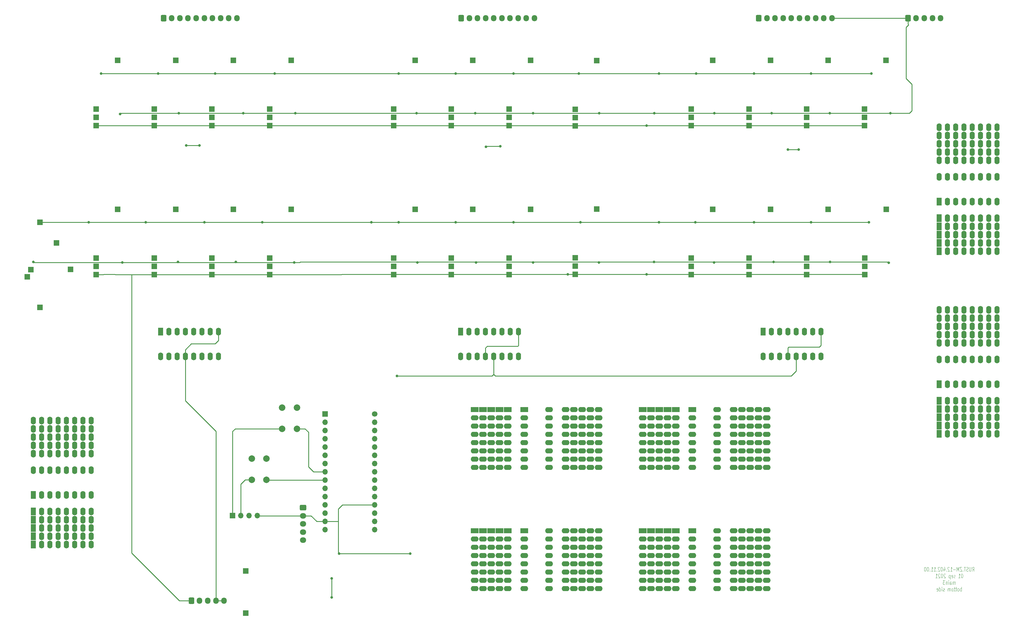
<source format=gbr>
%TF.GenerationSoftware,KiCad,Pcbnew,(5.99.0-12218-g749d2d5987)*%
%TF.CreationDate,2021-09-15T00:58:26+03:00*%
%TF.ProjectId,stend_main,7374656e-645f-46d6-9169-6e2e6b696361,rev*%
%TF.SameCoordinates,PX258bd10PYee998b0*%
%TF.FileFunction,Copper,L2,Bot*%
%TF.FilePolarity,Positive*%
%FSLAX46Y46*%
G04 Gerber Fmt 4.6, Leading zero omitted, Abs format (unit mm)*
G04 Created by KiCad (PCBNEW (5.99.0-12218-g749d2d5987)) date 2021-09-15 00:58:26*
%MOMM*%
%LPD*%
G01*
G04 APERTURE LIST*
G04 Aperture macros list*
%AMRoundRect*
0 Rectangle with rounded corners*
0 $1 Rounding radius*
0 $2 $3 $4 $5 $6 $7 $8 $9 X,Y pos of 4 corners*
0 Add a 4 corners polygon primitive as box body*
4,1,4,$2,$3,$4,$5,$6,$7,$8,$9,$2,$3,0*
0 Add four circle primitives for the rounded corners*
1,1,$1+$1,$2,$3*
1,1,$1+$1,$4,$5*
1,1,$1+$1,$6,$7*
1,1,$1+$1,$8,$9*
0 Add four rect primitives between the rounded corners*
20,1,$1+$1,$2,$3,$4,$5,0*
20,1,$1+$1,$4,$5,$6,$7,0*
20,1,$1+$1,$6,$7,$8,$9,0*
20,1,$1+$1,$8,$9,$2,$3,0*%
G04 Aperture macros list end*
%ADD10C,0.076200*%
%TA.AperFunction,NonConductor*%
%ADD11C,0.076200*%
%TD*%
%TA.AperFunction,ComponentPad*%
%ADD12R,1.700000X1.700000*%
%TD*%
%TA.AperFunction,ComponentPad*%
%ADD13R,2.400000X1.600000*%
%TD*%
%TA.AperFunction,ComponentPad*%
%ADD14O,2.400000X1.600000*%
%TD*%
%TA.AperFunction,ComponentPad*%
%ADD15R,1.600000X2.400000*%
%TD*%
%TA.AperFunction,ComponentPad*%
%ADD16O,1.600000X2.400000*%
%TD*%
%TA.AperFunction,ComponentPad*%
%ADD17RoundRect,0.250000X-0.600000X-0.725000X0.600000X-0.725000X0.600000X0.725000X-0.600000X0.725000X0*%
%TD*%
%TA.AperFunction,ComponentPad*%
%ADD18O,1.700000X1.950000*%
%TD*%
%TA.AperFunction,ComponentPad*%
%ADD19RoundRect,0.250000X-0.725000X0.600000X-0.725000X-0.600000X0.725000X-0.600000X0.725000X0.600000X0*%
%TD*%
%TA.AperFunction,ComponentPad*%
%ADD20O,1.950000X1.700000*%
%TD*%
%TA.AperFunction,ComponentPad*%
%ADD21C,2.000000*%
%TD*%
%TA.AperFunction,ComponentPad*%
%ADD22O,1.700000X1.700000*%
%TD*%
%TA.AperFunction,ComponentPad*%
%ADD23C,1.700000*%
%TD*%
%TA.AperFunction,ViaPad*%
%ADD24C,0.800000*%
%TD*%
%TA.AperFunction,Conductor*%
%ADD25C,0.250000*%
%TD*%
G04 APERTURE END LIST*
D10*
D11*
X294364833Y15192527D02*
X294661166Y15797289D01*
X294872833Y15192527D02*
X294872833Y16462527D01*
X294534166Y16462527D01*
X294449500Y16402050D01*
X294407166Y16341574D01*
X294364833Y16220622D01*
X294364833Y16039193D01*
X294407166Y15918241D01*
X294449500Y15857765D01*
X294534166Y15797289D01*
X294872833Y15797289D01*
X293983833Y16462527D02*
X293983833Y15434431D01*
X293941500Y15313479D01*
X293899166Y15253003D01*
X293814500Y15192527D01*
X293645166Y15192527D01*
X293560500Y15253003D01*
X293518166Y15313479D01*
X293475833Y15434431D01*
X293475833Y16462527D01*
X293094833Y15253003D02*
X292967833Y15192527D01*
X292756166Y15192527D01*
X292671500Y15253003D01*
X292629166Y15313479D01*
X292586833Y15434431D01*
X292586833Y15555384D01*
X292629166Y15676336D01*
X292671500Y15736812D01*
X292756166Y15797289D01*
X292925500Y15857765D01*
X293010166Y15918241D01*
X293052500Y15978717D01*
X293094833Y16099670D01*
X293094833Y16220622D01*
X293052500Y16341574D01*
X293010166Y16402050D01*
X292925500Y16462527D01*
X292713833Y16462527D01*
X292586833Y16402050D01*
X292332833Y16462527D02*
X291824833Y16462527D01*
X292078833Y15192527D02*
X292078833Y16462527D01*
X291528500Y15313479D02*
X291486166Y15253003D01*
X291528500Y15192527D01*
X291570833Y15253003D01*
X291528500Y15313479D01*
X291528500Y15192527D01*
X291189833Y16462527D02*
X290597166Y16462527D01*
X291189833Y15192527D01*
X290597166Y15192527D01*
X290258500Y15192527D02*
X290258500Y16462527D01*
X289962166Y15555384D01*
X289665833Y16462527D01*
X289665833Y15192527D01*
X289242500Y15676336D02*
X288565166Y15676336D01*
X287676166Y15192527D02*
X288184166Y15192527D01*
X287930166Y15192527D02*
X287930166Y16462527D01*
X288014833Y16281098D01*
X288099500Y16160146D01*
X288184166Y16099670D01*
X287337500Y16341574D02*
X287295166Y16402050D01*
X287210500Y16462527D01*
X286998833Y16462527D01*
X286914166Y16402050D01*
X286871833Y16341574D01*
X286829500Y16220622D01*
X286829500Y16099670D01*
X286871833Y15918241D01*
X287379833Y15192527D01*
X286829500Y15192527D01*
X286448500Y15313479D02*
X286406166Y15253003D01*
X286448500Y15192527D01*
X286490833Y15253003D01*
X286448500Y15313479D01*
X286448500Y15192527D01*
X285644166Y16039193D02*
X285644166Y15192527D01*
X285855833Y16523003D02*
X286067500Y15615860D01*
X285517166Y15615860D01*
X285009166Y16462527D02*
X284924500Y16462527D01*
X284839833Y16402050D01*
X284797500Y16341574D01*
X284755166Y16220622D01*
X284712833Y15978717D01*
X284712833Y15676336D01*
X284755166Y15434431D01*
X284797500Y15313479D01*
X284839833Y15253003D01*
X284924500Y15192527D01*
X285009166Y15192527D01*
X285093833Y15253003D01*
X285136166Y15313479D01*
X285178500Y15434431D01*
X285220833Y15676336D01*
X285220833Y15978717D01*
X285178500Y16220622D01*
X285136166Y16341574D01*
X285093833Y16402050D01*
X285009166Y16462527D01*
X284374166Y16341574D02*
X284331833Y16402050D01*
X284247166Y16462527D01*
X284035500Y16462527D01*
X283950833Y16402050D01*
X283908500Y16341574D01*
X283866166Y16220622D01*
X283866166Y16099670D01*
X283908500Y15918241D01*
X284416500Y15192527D01*
X283866166Y15192527D01*
X283485166Y15313479D02*
X283442833Y15253003D01*
X283485166Y15192527D01*
X283527500Y15253003D01*
X283485166Y15313479D01*
X283485166Y15192527D01*
X282596166Y15192527D02*
X283104166Y15192527D01*
X282850166Y15192527D02*
X282850166Y16462527D01*
X282934833Y16281098D01*
X283019500Y16160146D01*
X283104166Y16099670D01*
X281749500Y15192527D02*
X282257500Y15192527D01*
X282003500Y15192527D02*
X282003500Y16462527D01*
X282088166Y16281098D01*
X282172833Y16160146D01*
X282257500Y16099670D01*
X281368500Y15313479D02*
X281326166Y15253003D01*
X281368500Y15192527D01*
X281410833Y15253003D01*
X281368500Y15313479D01*
X281368500Y15192527D01*
X280775833Y16462527D02*
X280691166Y16462527D01*
X280606500Y16402050D01*
X280564166Y16341574D01*
X280521833Y16220622D01*
X280479500Y15978717D01*
X280479500Y15676336D01*
X280521833Y15434431D01*
X280564166Y15313479D01*
X280606500Y15253003D01*
X280691166Y15192527D01*
X280775833Y15192527D01*
X280860500Y15253003D01*
X280902833Y15313479D01*
X280945166Y15434431D01*
X280987500Y15676336D01*
X280987500Y15978717D01*
X280945166Y16220622D01*
X280902833Y16341574D01*
X280860500Y16402050D01*
X280775833Y16462527D01*
X279929166Y16462527D02*
X279844500Y16462527D01*
X279759833Y16402050D01*
X279717500Y16341574D01*
X279675166Y16220622D01*
X279632833Y15978717D01*
X279632833Y15676336D01*
X279675166Y15434431D01*
X279717500Y15313479D01*
X279759833Y15253003D01*
X279844500Y15192527D01*
X279929166Y15192527D01*
X280013833Y15253003D01*
X280056166Y15313479D01*
X280098500Y15434431D01*
X280140833Y15676336D01*
X280140833Y15978717D01*
X280098500Y16220622D01*
X280056166Y16341574D01*
X280013833Y16402050D01*
X279929166Y16462527D01*
X291253333Y14417827D02*
X291168666Y14417827D01*
X291084000Y14357350D01*
X291041666Y14296874D01*
X290999333Y14175922D01*
X290957000Y13934017D01*
X290957000Y13631636D01*
X290999333Y13389731D01*
X291041666Y13268779D01*
X291084000Y13208303D01*
X291168666Y13147827D01*
X291253333Y13147827D01*
X291338000Y13208303D01*
X291380333Y13268779D01*
X291422666Y13389731D01*
X291465000Y13631636D01*
X291465000Y13934017D01*
X291422666Y14175922D01*
X291380333Y14296874D01*
X291338000Y14357350D01*
X291253333Y14417827D01*
X290110333Y13147827D02*
X290618333Y13147827D01*
X290364333Y13147827D02*
X290364333Y14417827D01*
X290449000Y14236398D01*
X290533666Y14115446D01*
X290618333Y14054970D01*
X289094333Y13208303D02*
X289009666Y13147827D01*
X288840333Y13147827D01*
X288755666Y13208303D01*
X288713333Y13329255D01*
X288713333Y13389731D01*
X288755666Y13510684D01*
X288840333Y13571160D01*
X288967333Y13571160D01*
X289052000Y13631636D01*
X289094333Y13752589D01*
X289094333Y13813065D01*
X289052000Y13934017D01*
X288967333Y13994493D01*
X288840333Y13994493D01*
X288755666Y13934017D01*
X287993666Y13208303D02*
X288078333Y13147827D01*
X288247666Y13147827D01*
X288332333Y13208303D01*
X288374666Y13329255D01*
X288374666Y13813065D01*
X288332333Y13934017D01*
X288247666Y13994493D01*
X288078333Y13994493D01*
X287993666Y13934017D01*
X287951333Y13813065D01*
X287951333Y13692112D01*
X288374666Y13571160D01*
X287570333Y13994493D02*
X287570333Y12724493D01*
X287570333Y13934017D02*
X287485666Y13994493D01*
X287316333Y13994493D01*
X287231666Y13934017D01*
X287189333Y13873541D01*
X287147000Y13752589D01*
X287147000Y13389731D01*
X287189333Y13268779D01*
X287231666Y13208303D01*
X287316333Y13147827D01*
X287485666Y13147827D01*
X287570333Y13208303D01*
X286131000Y14296874D02*
X286088666Y14357350D01*
X286004000Y14417827D01*
X285792333Y14417827D01*
X285707666Y14357350D01*
X285665333Y14296874D01*
X285623000Y14175922D01*
X285623000Y14054970D01*
X285665333Y13873541D01*
X286173333Y13147827D01*
X285623000Y13147827D01*
X285072666Y14417827D02*
X284988000Y14417827D01*
X284903333Y14357350D01*
X284861000Y14296874D01*
X284818666Y14175922D01*
X284776333Y13934017D01*
X284776333Y13631636D01*
X284818666Y13389731D01*
X284861000Y13268779D01*
X284903333Y13208303D01*
X284988000Y13147827D01*
X285072666Y13147827D01*
X285157333Y13208303D01*
X285199666Y13268779D01*
X285242000Y13389731D01*
X285284333Y13631636D01*
X285284333Y13934017D01*
X285242000Y14175922D01*
X285199666Y14296874D01*
X285157333Y14357350D01*
X285072666Y14417827D01*
X284437666Y14296874D02*
X284395333Y14357350D01*
X284310666Y14417827D01*
X284099000Y14417827D01*
X284014333Y14357350D01*
X283972000Y14296874D01*
X283929666Y14175922D01*
X283929666Y14054970D01*
X283972000Y13873541D01*
X284480000Y13147827D01*
X283929666Y13147827D01*
X283083000Y13147827D02*
X283591000Y13147827D01*
X283337000Y13147827D02*
X283337000Y14417827D01*
X283421666Y14236398D01*
X283506333Y14115446D01*
X283591000Y14054970D01*
X289094333Y11103127D02*
X289094333Y11949793D01*
X289094333Y11828841D02*
X289052000Y11889317D01*
X288967333Y11949793D01*
X288840333Y11949793D01*
X288755666Y11889317D01*
X288713333Y11768365D01*
X288713333Y11103127D01*
X288713333Y11768365D02*
X288671000Y11889317D01*
X288586333Y11949793D01*
X288459333Y11949793D01*
X288374666Y11889317D01*
X288332333Y11768365D01*
X288332333Y11103127D01*
X287528000Y11103127D02*
X287528000Y11768365D01*
X287570333Y11889317D01*
X287655000Y11949793D01*
X287824333Y11949793D01*
X287909000Y11889317D01*
X287528000Y11163603D02*
X287612666Y11103127D01*
X287824333Y11103127D01*
X287909000Y11163603D01*
X287951333Y11284555D01*
X287951333Y11405508D01*
X287909000Y11526460D01*
X287824333Y11586936D01*
X287612666Y11586936D01*
X287528000Y11647412D01*
X287104666Y11103127D02*
X287104666Y11949793D01*
X287104666Y12373127D02*
X287147000Y12312650D01*
X287104666Y12252174D01*
X287062333Y12312650D01*
X287104666Y12373127D01*
X287104666Y12252174D01*
X286681333Y11949793D02*
X286681333Y11103127D01*
X286681333Y11828841D02*
X286639000Y11889317D01*
X286554333Y11949793D01*
X286427333Y11949793D01*
X286342666Y11889317D01*
X286300333Y11768365D01*
X286300333Y11103127D01*
X285961666Y12373127D02*
X285411333Y12373127D01*
X285707666Y11889317D01*
X285580666Y11889317D01*
X285496000Y11828841D01*
X285453666Y11768365D01*
X285411333Y11647412D01*
X285411333Y11345031D01*
X285453666Y11224079D01*
X285496000Y11163603D01*
X285580666Y11103127D01*
X285834666Y11103127D01*
X285919333Y11163603D01*
X285961666Y11224079D01*
X291062833Y9058427D02*
X291062833Y10328427D01*
X291062833Y9844617D02*
X290978166Y9905093D01*
X290808833Y9905093D01*
X290724166Y9844617D01*
X290681833Y9784141D01*
X290639500Y9663189D01*
X290639500Y9300331D01*
X290681833Y9179379D01*
X290724166Y9118903D01*
X290808833Y9058427D01*
X290978166Y9058427D01*
X291062833Y9118903D01*
X290131500Y9058427D02*
X290216166Y9118903D01*
X290258500Y9179379D01*
X290300833Y9300331D01*
X290300833Y9663189D01*
X290258500Y9784141D01*
X290216166Y9844617D01*
X290131500Y9905093D01*
X290004500Y9905093D01*
X289919833Y9844617D01*
X289877500Y9784141D01*
X289835166Y9663189D01*
X289835166Y9300331D01*
X289877500Y9179379D01*
X289919833Y9118903D01*
X290004500Y9058427D01*
X290131500Y9058427D01*
X289581166Y9905093D02*
X289242500Y9905093D01*
X289454166Y10328427D02*
X289454166Y9239855D01*
X289411833Y9118903D01*
X289327166Y9058427D01*
X289242500Y9058427D01*
X289073166Y9905093D02*
X288734500Y9905093D01*
X288946166Y10328427D02*
X288946166Y9239855D01*
X288903833Y9118903D01*
X288819166Y9058427D01*
X288734500Y9058427D01*
X288311166Y9058427D02*
X288395833Y9118903D01*
X288438166Y9179379D01*
X288480500Y9300331D01*
X288480500Y9663189D01*
X288438166Y9784141D01*
X288395833Y9844617D01*
X288311166Y9905093D01*
X288184166Y9905093D01*
X288099500Y9844617D01*
X288057166Y9784141D01*
X288014833Y9663189D01*
X288014833Y9300331D01*
X288057166Y9179379D01*
X288099500Y9118903D01*
X288184166Y9058427D01*
X288311166Y9058427D01*
X287633833Y9058427D02*
X287633833Y9905093D01*
X287633833Y9784141D02*
X287591500Y9844617D01*
X287506833Y9905093D01*
X287379833Y9905093D01*
X287295166Y9844617D01*
X287252833Y9723665D01*
X287252833Y9058427D01*
X287252833Y9723665D02*
X287210500Y9844617D01*
X287125833Y9905093D01*
X286998833Y9905093D01*
X286914166Y9844617D01*
X286871833Y9723665D01*
X286871833Y9058427D01*
X285813500Y9118903D02*
X285728833Y9058427D01*
X285559500Y9058427D01*
X285474833Y9118903D01*
X285432500Y9239855D01*
X285432500Y9300331D01*
X285474833Y9421284D01*
X285559500Y9481760D01*
X285686500Y9481760D01*
X285771166Y9542236D01*
X285813500Y9663189D01*
X285813500Y9723665D01*
X285771166Y9844617D01*
X285686500Y9905093D01*
X285559500Y9905093D01*
X285474833Y9844617D01*
X285051500Y9058427D02*
X285051500Y9905093D01*
X285051500Y10328427D02*
X285093833Y10267950D01*
X285051500Y10207474D01*
X285009166Y10267950D01*
X285051500Y10328427D01*
X285051500Y10207474D01*
X284247166Y9058427D02*
X284247166Y10328427D01*
X284247166Y9118903D02*
X284331833Y9058427D01*
X284501166Y9058427D01*
X284585833Y9118903D01*
X284628166Y9179379D01*
X284670500Y9300331D01*
X284670500Y9663189D01*
X284628166Y9784141D01*
X284585833Y9844617D01*
X284501166Y9905093D01*
X284331833Y9905093D01*
X284247166Y9844617D01*
X283485166Y9118903D02*
X283569833Y9058427D01*
X283739166Y9058427D01*
X283823833Y9118903D01*
X283866166Y9239855D01*
X283866166Y9723665D01*
X283823833Y9844617D01*
X283739166Y9905093D01*
X283569833Y9905093D01*
X283485166Y9844617D01*
X283442833Y9723665D01*
X283442833Y9602712D01*
X283866166Y9481760D01*
D12*
%TO.P,CP10,1,1*%
%TO.N,/CTRL3*%
X43007000Y154686000D03*
%TD*%
D13*
%TO.P,BB4,1*%
%TO.N,unconnected-(BB4-Pad1)*%
X203298000Y64928000D03*
X193138000Y64928000D03*
X198218000Y64928000D03*
X200758000Y64928000D03*
X208378000Y64928000D03*
X195678000Y64928000D03*
D14*
%TO.P,BB4,2*%
%TO.N,unconnected-(BB4-Pad2)*%
X208378000Y62388000D03*
X203298000Y62388000D03*
X198218000Y62388000D03*
X200758000Y62388000D03*
X193138000Y62388000D03*
X195678000Y62388000D03*
%TO.P,BB4,3*%
%TO.N,unconnected-(BB4-Pad3)*%
X200758000Y59848000D03*
X198218000Y59848000D03*
X203298000Y59848000D03*
X208378000Y59848000D03*
X195678000Y59848000D03*
X193138000Y59848000D03*
%TO.P,BB4,4*%
%TO.N,unconnected-(BB4-Pad4)*%
X198218000Y57308000D03*
X195678000Y57308000D03*
X193138000Y57308000D03*
X208378000Y57308000D03*
X200758000Y57308000D03*
X203298000Y57308000D03*
%TO.P,BB4,5*%
%TO.N,unconnected-(BB4-Pad5)*%
X200758000Y54768000D03*
X198218000Y54768000D03*
X203298000Y54768000D03*
X193138000Y54768000D03*
X208378000Y54768000D03*
X195678000Y54768000D03*
%TO.P,BB4,6*%
%TO.N,unconnected-(BB4-Pad6)*%
X200758000Y52228000D03*
X195678000Y52228000D03*
X203298000Y52228000D03*
X208378000Y52228000D03*
X193138000Y52228000D03*
X198218000Y52228000D03*
%TO.P,BB4,7*%
%TO.N,unconnected-(BB4-Pad7)*%
X193138000Y49688000D03*
X195678000Y49688000D03*
X208378000Y49688000D03*
X203298000Y49688000D03*
X200758000Y49688000D03*
X198218000Y49688000D03*
%TO.P,BB4,8*%
%TO.N,unconnected-(BB4-Pad8)*%
X195678000Y47148000D03*
X200758000Y47148000D03*
X198218000Y47148000D03*
X193138000Y47148000D03*
X203298000Y47148000D03*
X208378000Y47148000D03*
%TO.P,BB4,9*%
%TO.N,unconnected-(BB4-Pad9)*%
X223618000Y47148000D03*
X228698000Y47148000D03*
X226158000Y47148000D03*
X231238000Y47148000D03*
X221078000Y47148000D03*
X215998000Y47148000D03*
%TO.P,BB4,10*%
%TO.N,unconnected-(BB4-Pad10)*%
X228698000Y49688000D03*
X226158000Y49688000D03*
X221078000Y49688000D03*
X231238000Y49688000D03*
X223618000Y49688000D03*
X215998000Y49688000D03*
%TO.P,BB4,11*%
%TO.N,unconnected-(BB4-Pad11)*%
X226158000Y52228000D03*
X221078000Y52228000D03*
X223618000Y52228000D03*
X228698000Y52228000D03*
X215998000Y52228000D03*
X231238000Y52228000D03*
%TO.P,BB4,12*%
%TO.N,unconnected-(BB4-Pad12)*%
X226158000Y54768000D03*
X215998000Y54768000D03*
X221078000Y54768000D03*
X223618000Y54768000D03*
X231238000Y54768000D03*
X228698000Y54768000D03*
%TO.P,BB4,13*%
%TO.N,unconnected-(BB4-Pad13)*%
X223618000Y57308000D03*
X215998000Y57308000D03*
X228698000Y57308000D03*
X231238000Y57308000D03*
X226158000Y57308000D03*
X221078000Y57308000D03*
%TO.P,BB4,14*%
%TO.N,unconnected-(BB4-Pad14)*%
X215998000Y59848000D03*
X228698000Y59848000D03*
X223618000Y59848000D03*
X221078000Y59848000D03*
X231238000Y59848000D03*
X226158000Y59848000D03*
X221078000Y59848000D03*
%TO.P,BB4,15*%
%TO.N,unconnected-(BB4-Pad15)*%
X221078000Y62388000D03*
X223618000Y62388000D03*
X231238000Y62388000D03*
X223618000Y62388000D03*
X215998000Y62388000D03*
X228698000Y62388000D03*
X226158000Y62388000D03*
X228698000Y62388000D03*
X221078000Y62388000D03*
X231238000Y62388000D03*
X226158000Y62388000D03*
%TO.P,BB4,16*%
%TO.N,unconnected-(BB4-Pad16)*%
X221078000Y64928000D03*
X228698000Y64928000D03*
X223618000Y64928000D03*
X231238000Y64928000D03*
X215998000Y64928000D03*
X226158000Y64928000D03*
%TD*%
D12*
%TO.P,CP30,1,1*%
%TO.N,/CTRL8*%
X78486000Y108956000D03*
%TD*%
%TO.P,CP43,1,1*%
%TO.N,Net-(CP43-Pad1)*%
X134316000Y157226000D03*
%TD*%
%TO.P,CP50,1,1*%
%TO.N,/CTRL13*%
X152095000Y154686000D03*
%TD*%
%TO.P,CP8,1,1*%
%TO.N,Net-(CP8-Pad1)*%
X31750000Y126482000D03*
%TD*%
%TO.P,CP20,1,1*%
%TO.N,Net-(CP20-Pad1)*%
X67276000Y172212000D03*
%TD*%
%TO.P,CP94,1,1*%
%TO.N,/CTRL24*%
X261366000Y108956000D03*
%TD*%
%TO.P,CP1,1,1*%
%TO.N,/INSTR+*%
X25146000Y152146000D03*
%TD*%
%TO.P,CP28,1,1*%
%TO.N,Net-(CP28-Pad1)*%
X85090000Y172212000D03*
%TD*%
%TO.P,CP34,1,1*%
%TO.N,/CTRL9*%
X116586000Y154686000D03*
%TD*%
%TO.P,CP49,1,1*%
%TO.N,/INSTR+*%
X152095000Y152146000D03*
%TD*%
%TO.P,CP95,1,1*%
%TO.N,Net-(CP95-Pad1)*%
X261366000Y111496000D03*
%TD*%
%TO.P,CP69,1,1*%
%TO.N,/INSTR+*%
X208002000Y106416000D03*
%TD*%
%TO.P,CP41,1,1*%
%TO.N,/INSTR+*%
X134316000Y152146000D03*
%TD*%
%TO.P,CP16,1,1*%
%TO.N,Net-(CP16-Pad1)*%
X49611000Y126482000D03*
%TD*%
%TO.P,CP88,1,1*%
%TO.N,Net-(CP88-Pad1)*%
X250143800Y126482000D03*
%TD*%
%TO.P,CP6,1,1*%
%TO.N,/CTRL2*%
X25146000Y108956000D03*
%TD*%
%TO.P,CP59,1,1*%
%TO.N,Net-(CP59-Pad1)*%
X172415200Y157216000D03*
%TD*%
%TO.P,CP60,1,1*%
%TO.N,Net-(CP60-Pad1)*%
X179019200Y172202000D03*
%TD*%
%TO.P,CP31,1,1*%
%TO.N,Net-(CP31-Pad1)*%
X78486000Y111496000D03*
%TD*%
%TO.P,CP2,1,1*%
%TO.N,/CTRL1*%
X25146000Y154686000D03*
%TD*%
D15*
%TO.P,BB6,1*%
%TO.N,unconnected-(BB6-Pad1)*%
X284226000Y72644000D03*
X284226000Y57404000D03*
X284226000Y59944000D03*
X284226000Y67564000D03*
X284226000Y62484000D03*
X284226000Y65024000D03*
D16*
%TO.P,BB6,2*%
%TO.N,unconnected-(BB6-Pad2)*%
X286766000Y59944000D03*
X286766000Y65024000D03*
X286766000Y62484000D03*
X286766000Y67564000D03*
X286766000Y57404000D03*
X286766000Y72644000D03*
%TO.P,BB6,3*%
%TO.N,unconnected-(BB6-Pad3)*%
X289306000Y72644000D03*
X289306000Y57404000D03*
X289306000Y65024000D03*
X289306000Y62484000D03*
X289306000Y59944000D03*
X289306000Y67564000D03*
%TO.P,BB6,4*%
%TO.N,unconnected-(BB6-Pad4)*%
X291846000Y67564000D03*
X291846000Y59944000D03*
X291846000Y65024000D03*
X291846000Y72644000D03*
X291846000Y62484000D03*
X291846000Y57404000D03*
%TO.P,BB6,5*%
%TO.N,unconnected-(BB6-Pad5)*%
X294386000Y72644000D03*
X294386000Y67564000D03*
X294386000Y57404000D03*
X294386000Y65024000D03*
X294386000Y62484000D03*
X294386000Y59944000D03*
%TO.P,BB6,6*%
%TO.N,unconnected-(BB6-Pad6)*%
X296926000Y72644000D03*
X296926000Y62484000D03*
X296926000Y57404000D03*
X296926000Y65024000D03*
X296926000Y67564000D03*
X296926000Y59944000D03*
%TO.P,BB6,7*%
%TO.N,unconnected-(BB6-Pad7)*%
X299466000Y72644000D03*
X299466000Y67564000D03*
X299466000Y62484000D03*
X299466000Y65024000D03*
X299466000Y59944000D03*
X299466000Y57404000D03*
%TO.P,BB6,8*%
%TO.N,unconnected-(BB6-Pad8)*%
X302006000Y67564000D03*
X302006000Y57404000D03*
X302006000Y72644000D03*
X302006000Y62484000D03*
X302006000Y65024000D03*
X302006000Y59944000D03*
%TO.P,BB6,9*%
%TO.N,unconnected-(BB6-Pad9)*%
X302006000Y90424000D03*
X302006000Y95504000D03*
X302006000Y87884000D03*
X302006000Y80264000D03*
X302006000Y92964000D03*
X302006000Y85344000D03*
%TO.P,BB6,10*%
%TO.N,unconnected-(BB6-Pad10)*%
X299466000Y92964000D03*
X299466000Y80264000D03*
X299466000Y85344000D03*
X299466000Y90424000D03*
X299466000Y87884000D03*
X299466000Y95504000D03*
%TO.P,BB6,11*%
%TO.N,unconnected-(BB6-Pad11)*%
X296926000Y95504000D03*
X296926000Y90424000D03*
X296926000Y80264000D03*
X296926000Y85344000D03*
X296926000Y87884000D03*
X296926000Y92964000D03*
%TO.P,BB6,12*%
%TO.N,unconnected-(BB6-Pad12)*%
X294386000Y85344000D03*
X294386000Y90424000D03*
X294386000Y92964000D03*
X294386000Y80264000D03*
X294386000Y95504000D03*
X294386000Y87884000D03*
%TO.P,BB6,13*%
%TO.N,unconnected-(BB6-Pad13)*%
X291846000Y95504000D03*
X291846000Y80264000D03*
X291846000Y85344000D03*
X291846000Y90424000D03*
X291846000Y87884000D03*
X291846000Y92964000D03*
%TO.P,BB6,14*%
%TO.N,unconnected-(BB6-Pad14)*%
X289306000Y95504000D03*
X289306000Y90424000D03*
X289306000Y87884000D03*
X289306000Y85344000D03*
X289306000Y92964000D03*
X289306000Y85344000D03*
X289306000Y80264000D03*
%TO.P,BB6,15*%
%TO.N,unconnected-(BB6-Pad15)*%
X286766000Y80264000D03*
X286766000Y87884000D03*
X286766000Y90424000D03*
X286766000Y90424000D03*
X286766000Y92964000D03*
X286766000Y92964000D03*
X286766000Y95504000D03*
X286766000Y85344000D03*
X286766000Y85344000D03*
X286766000Y95504000D03*
X286766000Y87884000D03*
%TO.P,BB6,16*%
%TO.N,unconnected-(BB6-Pad16)*%
X284226000Y90424000D03*
X284226000Y85344000D03*
X284226000Y95504000D03*
X284226000Y80264000D03*
X284226000Y87884000D03*
X284226000Y92964000D03*
%TD*%
D17*
%TO.P,X6,1,1*%
%TO.N,/CTRL17*%
X228780000Y185166000D03*
D18*
%TO.P,X6,2,2*%
%TO.N,/CTRL18*%
X231280000Y185166000D03*
%TO.P,X6,3,3*%
%TO.N,/CTRL19*%
X233780000Y185166000D03*
%TO.P,X6,4,4*%
%TO.N,/CTRL20*%
X236280000Y185166000D03*
%TO.P,X6,5,5*%
%TO.N,/CTRL21*%
X238780000Y185166000D03*
%TO.P,X6,6,6*%
%TO.N,/CTRL22*%
X241280000Y185166000D03*
%TO.P,X6,7,7*%
%TO.N,/CTRL23*%
X243780000Y185166000D03*
%TO.P,X6,8,8*%
%TO.N,/CTRL24*%
X246280000Y185166000D03*
%TO.P,X6,9,9*%
%TO.N,N/C*%
X248780000Y185166000D03*
%TO.P,X6,10,10*%
%TO.N,GNDD*%
X251280000Y185166000D03*
%TD*%
D12*
%TO.P,CP21,1,1*%
%TO.N,/INSTR+*%
X60672000Y106416000D03*
%TD*%
%TO.P,CP55,1,1*%
%TO.N,Net-(CP55-Pad1)*%
X152095000Y111496000D03*
%TD*%
%TO.P,CP27,1,1*%
%TO.N,Net-(CP27-Pad1)*%
X78486000Y157226000D03*
%TD*%
%TO.P,CP5,1,1*%
%TO.N,/INSTR+*%
X25146000Y106416000D03*
%TD*%
D17*
%TO.P,X3,1,1*%
%TO.N,GNDD*%
X274654000Y185212000D03*
D18*
%TO.P,X3,2,2*%
%TO.N,+5V*%
X277154000Y185212000D03*
%TO.P,X3,3,3*%
%TO.N,N/C*%
X279654000Y185212000D03*
%TO.P,X3,4,4*%
X282154000Y185212000D03*
%TO.P,X3,5,5*%
X284654000Y185212000D03*
%TD*%
D12*
%TO.P,CP61,1,1*%
%TO.N,/INSTR+*%
X172415200Y106426000D03*
%TD*%
%TO.P,CP45,1,1*%
%TO.N,/INSTR+*%
X134316000Y106416000D03*
%TD*%
%TO.P,CP70,1,1*%
%TO.N,/CTRL18*%
X208002000Y108956000D03*
%TD*%
D19*
%TO.P,X1,1,1*%
%TO.N,/MCU+*%
X88692000Y34718000D03*
D20*
%TO.P,X1,2,2*%
%TO.N,/MCU_GND*%
X88692000Y32218000D03*
%TO.P,X1,3*%
%TO.N,N/C*%
X88692000Y29718000D03*
%TO.P,X1,4*%
X88692000Y27218000D03*
%TO.P,X1,5*%
X88692000Y24718000D03*
%TD*%
D12*
%TO.P,CP82,1,1*%
%TO.N,/CTRL21*%
X243459000Y154686000D03*
%TD*%
%TO.P,CP84,1,1*%
%TO.N,Net-(CP84-Pad1)*%
X250063000Y172212000D03*
%TD*%
%TO.P,CP47,1,1*%
%TO.N,Net-(CP47-Pad1)*%
X134316000Y111496000D03*
%TD*%
%TO.P,CP26,1,1*%
%TO.N,/CTRL7*%
X78486000Y154686000D03*
%TD*%
D21*
%TO.P,S3,1,1*%
%TO.N,Net-(DD1-Pad9)*%
X77470000Y43284000D03*
X77470000Y49784000D03*
%TO.P,S3,2,2*%
%TO.N,Net-(DD2-Pad2)*%
X72970000Y43284000D03*
X72970000Y49784000D03*
%TD*%
D12*
%TO.P,CP42,1,1*%
%TO.N,/CTRL11*%
X134316000Y154686000D03*
%TD*%
%TO.P,CP89,1,1*%
%TO.N,/INSTR+*%
X261239000Y152146000D03*
%TD*%
%TO.P,CP13,1,1*%
%TO.N,/INSTR+*%
X43007000Y106416000D03*
%TD*%
%TO.P,CP32,1,1*%
%TO.N,Net-(CP32-Pad1)*%
X85090000Y126482000D03*
%TD*%
%TO.P,CP22,1,1*%
%TO.N,/CTRL6*%
X60672000Y108956000D03*
%TD*%
%TO.P,CP18,1,1*%
%TO.N,/CTRL5*%
X60672000Y154686000D03*
%TD*%
%TO.P,CP12,1,1*%
%TO.N,Net-(CP12-Pad1)*%
X49611000Y172212000D03*
%TD*%
%TO.P,CP102,1,1*%
%TO.N,/MCU_GND*%
X5080000Y107915989D03*
%TD*%
%TO.P,CP17,1,1*%
%TO.N,/INSTR+*%
X60672000Y152146000D03*
%TD*%
D13*
%TO.P,BB3,1*%
%TO.N,unconnected-(BB3-Pad1)*%
X151638000Y27638000D03*
X156718000Y27638000D03*
X141478000Y27638000D03*
X146558000Y27638000D03*
X149098000Y27638000D03*
X144018000Y27638000D03*
D14*
%TO.P,BB3,2*%
%TO.N,unconnected-(BB3-Pad2)*%
X144018000Y25098000D03*
X146558000Y25098000D03*
X151638000Y25098000D03*
X156718000Y25098000D03*
X141478000Y25098000D03*
X149098000Y25098000D03*
%TO.P,BB3,3*%
%TO.N,unconnected-(BB3-Pad3)*%
X151638000Y22558000D03*
X146558000Y22558000D03*
X156718000Y22558000D03*
X144018000Y22558000D03*
X149098000Y22558000D03*
X141478000Y22558000D03*
%TO.P,BB3,4*%
%TO.N,unconnected-(BB3-Pad4)*%
X151638000Y20018000D03*
X141478000Y20018000D03*
X156718000Y20018000D03*
X149098000Y20018000D03*
X144018000Y20018000D03*
X146558000Y20018000D03*
%TO.P,BB3,5*%
%TO.N,unconnected-(BB3-Pad5)*%
X146558000Y17478000D03*
X141478000Y17478000D03*
X151638000Y17478000D03*
X156718000Y17478000D03*
X144018000Y17478000D03*
X149098000Y17478000D03*
%TO.P,BB3,6*%
%TO.N,unconnected-(BB3-Pad6)*%
X151638000Y14938000D03*
X141478000Y14938000D03*
X144018000Y14938000D03*
X156718000Y14938000D03*
X146558000Y14938000D03*
X149098000Y14938000D03*
%TO.P,BB3,7*%
%TO.N,unconnected-(BB3-Pad7)*%
X141478000Y12398000D03*
X156718000Y12398000D03*
X151638000Y12398000D03*
X149098000Y12398000D03*
X144018000Y12398000D03*
X146558000Y12398000D03*
%TO.P,BB3,8*%
%TO.N,unconnected-(BB3-Pad8)*%
X151638000Y9858000D03*
X144018000Y9858000D03*
X146558000Y9858000D03*
X149098000Y9858000D03*
X156718000Y9858000D03*
X141478000Y9858000D03*
%TO.P,BB3,9*%
%TO.N,unconnected-(BB3-Pad9)*%
X179578000Y9858000D03*
X169418000Y9858000D03*
X171958000Y9858000D03*
X177038000Y9858000D03*
X174498000Y9858000D03*
X164338000Y9858000D03*
%TO.P,BB3,10*%
%TO.N,unconnected-(BB3-Pad10)*%
X171958000Y12398000D03*
X179578000Y12398000D03*
X169418000Y12398000D03*
X174498000Y12398000D03*
X177038000Y12398000D03*
X164338000Y12398000D03*
%TO.P,BB3,11*%
%TO.N,unconnected-(BB3-Pad11)*%
X177038000Y14938000D03*
X179578000Y14938000D03*
X174498000Y14938000D03*
X171958000Y14938000D03*
X169418000Y14938000D03*
X164338000Y14938000D03*
%TO.P,BB3,12*%
%TO.N,unconnected-(BB3-Pad12)*%
X169418000Y17478000D03*
X164338000Y17478000D03*
X179578000Y17478000D03*
X174498000Y17478000D03*
X177038000Y17478000D03*
X171958000Y17478000D03*
%TO.P,BB3,13*%
%TO.N,unconnected-(BB3-Pad13)*%
X179578000Y20018000D03*
X169418000Y20018000D03*
X164338000Y20018000D03*
X174498000Y20018000D03*
X177038000Y20018000D03*
X171958000Y20018000D03*
%TO.P,BB3,14*%
%TO.N,unconnected-(BB3-Pad14)*%
X164338000Y22558000D03*
X177038000Y22558000D03*
X171958000Y22558000D03*
X169418000Y22558000D03*
X169418000Y22558000D03*
X179578000Y22558000D03*
X174498000Y22558000D03*
%TO.P,BB3,15*%
%TO.N,unconnected-(BB3-Pad15)*%
X177038000Y25098000D03*
X169418000Y25098000D03*
X179578000Y25098000D03*
X177038000Y25098000D03*
X171958000Y25098000D03*
X171958000Y25098000D03*
X164338000Y25098000D03*
X169418000Y25098000D03*
X179578000Y25098000D03*
X174498000Y25098000D03*
X174498000Y25098000D03*
%TO.P,BB3,16*%
%TO.N,unconnected-(BB3-Pad16)*%
X177038000Y27638000D03*
X169418000Y27638000D03*
X171958000Y27638000D03*
X179578000Y27638000D03*
X164338000Y27638000D03*
X174498000Y27638000D03*
%TD*%
D12*
%TO.P,CP104,1,1*%
%TO.N,/2_MCU/SYNC IN*%
X71120000Y2286000D03*
%TD*%
%TO.P,CP83,1,1*%
%TO.N,Net-(CP83-Pad1)*%
X243459000Y157226000D03*
%TD*%
%TO.P,CP57,1,1*%
%TO.N,/INSTR+*%
X172415200Y152136000D03*
%TD*%
%TO.P,CP96,1,1*%
%TO.N,Net-(CP96-Pad1)*%
X267970000Y126482000D03*
%TD*%
%TO.P,CP85,1,1*%
%TO.N,/INSTR+*%
X243539800Y106416000D03*
%TD*%
D13*
%TO.P,BB2,1*%
%TO.N,unconnected-(BB2-Pad1)*%
X195678000Y27638000D03*
X208378000Y27638000D03*
X193138000Y27638000D03*
X203298000Y27638000D03*
X200758000Y27638000D03*
X198218000Y27638000D03*
D14*
%TO.P,BB2,2*%
%TO.N,unconnected-(BB2-Pad2)*%
X195678000Y25098000D03*
X193138000Y25098000D03*
X198218000Y25098000D03*
X208378000Y25098000D03*
X200758000Y25098000D03*
X203298000Y25098000D03*
%TO.P,BB2,3*%
%TO.N,unconnected-(BB2-Pad3)*%
X203298000Y22558000D03*
X208378000Y22558000D03*
X198218000Y22558000D03*
X200758000Y22558000D03*
X195678000Y22558000D03*
X193138000Y22558000D03*
%TO.P,BB2,4*%
%TO.N,unconnected-(BB2-Pad4)*%
X193138000Y20018000D03*
X208378000Y20018000D03*
X203298000Y20018000D03*
X200758000Y20018000D03*
X198218000Y20018000D03*
X195678000Y20018000D03*
%TO.P,BB2,5*%
%TO.N,unconnected-(BB2-Pad5)*%
X200758000Y17478000D03*
X203298000Y17478000D03*
X193138000Y17478000D03*
X195678000Y17478000D03*
X198218000Y17478000D03*
X208378000Y17478000D03*
%TO.P,BB2,6*%
%TO.N,unconnected-(BB2-Pad6)*%
X208378000Y14938000D03*
X200758000Y14938000D03*
X198218000Y14938000D03*
X193138000Y14938000D03*
X195678000Y14938000D03*
X203298000Y14938000D03*
%TO.P,BB2,7*%
%TO.N,unconnected-(BB2-Pad7)*%
X208378000Y12398000D03*
X200758000Y12398000D03*
X193138000Y12398000D03*
X195678000Y12398000D03*
X198218000Y12398000D03*
X203298000Y12398000D03*
%TO.P,BB2,8*%
%TO.N,unconnected-(BB2-Pad8)*%
X198218000Y9858000D03*
X200758000Y9858000D03*
X208378000Y9858000D03*
X193138000Y9858000D03*
X203298000Y9858000D03*
X195678000Y9858000D03*
%TO.P,BB2,9*%
%TO.N,unconnected-(BB2-Pad9)*%
X221078000Y9858000D03*
X226158000Y9858000D03*
X231238000Y9858000D03*
X228698000Y9858000D03*
X215998000Y9858000D03*
X223618000Y9858000D03*
%TO.P,BB2,10*%
%TO.N,unconnected-(BB2-Pad10)*%
X215998000Y12398000D03*
X226158000Y12398000D03*
X228698000Y12398000D03*
X223618000Y12398000D03*
X221078000Y12398000D03*
X231238000Y12398000D03*
%TO.P,BB2,11*%
%TO.N,unconnected-(BB2-Pad11)*%
X231238000Y14938000D03*
X215998000Y14938000D03*
X226158000Y14938000D03*
X228698000Y14938000D03*
X221078000Y14938000D03*
X223618000Y14938000D03*
%TO.P,BB2,12*%
%TO.N,unconnected-(BB2-Pad12)*%
X215998000Y17478000D03*
X231238000Y17478000D03*
X221078000Y17478000D03*
X226158000Y17478000D03*
X228698000Y17478000D03*
X223618000Y17478000D03*
%TO.P,BB2,13*%
%TO.N,unconnected-(BB2-Pad13)*%
X231238000Y20018000D03*
X228698000Y20018000D03*
X215998000Y20018000D03*
X223618000Y20018000D03*
X226158000Y20018000D03*
X221078000Y20018000D03*
%TO.P,BB2,14*%
%TO.N,unconnected-(BB2-Pad14)*%
X221078000Y22558000D03*
X221078000Y22558000D03*
X231238000Y22558000D03*
X223618000Y22558000D03*
X228698000Y22558000D03*
X215998000Y22558000D03*
X226158000Y22558000D03*
%TO.P,BB2,15*%
%TO.N,unconnected-(BB2-Pad15)*%
X228698000Y25098000D03*
X226158000Y25098000D03*
X231238000Y25098000D03*
X226158000Y25098000D03*
X221078000Y25098000D03*
X231238000Y25098000D03*
X221078000Y25098000D03*
X215998000Y25098000D03*
X223618000Y25098000D03*
X223618000Y25098000D03*
X228698000Y25098000D03*
%TO.P,BB2,16*%
%TO.N,unconnected-(BB2-Pad16)*%
X231238000Y27638000D03*
X215998000Y27638000D03*
X223618000Y27638000D03*
X221078000Y27638000D03*
X228698000Y27638000D03*
X226158000Y27638000D03*
%TD*%
D12*
%TO.P,CP64,1,1*%
%TO.N,Net-(CP64-Pad1)*%
X179019200Y126492000D03*
%TD*%
%TO.P,CP19,1,1*%
%TO.N,Net-(CP19-Pad1)*%
X60672000Y157226000D03*
%TD*%
%TO.P,CP25,1,1*%
%TO.N,/INSTR+*%
X78486000Y152146000D03*
%TD*%
%TO.P,DD2,1,SDA*%
%TO.N,Net-(DD2-Pad1)*%
X67056000Y32258000D03*
D22*
%TO.P,DD2,2,SCL*%
%TO.N,Net-(DD2-Pad2)*%
X69596000Y32258000D03*
%TO.P,DD2,3,VCC*%
%TO.N,/MCU+*%
X72136000Y32258000D03*
%TO.P,DD2,4,GND*%
%TO.N,/MCU_GND*%
X74676000Y32258000D03*
%TD*%
D12*
%TO.P,CP73,1,1*%
%TO.N,/INSTR+*%
X225806000Y152146000D03*
%TD*%
%TO.P,CP79,1,1*%
%TO.N,Net-(CP79-Pad1)*%
X225804000Y111496000D03*
%TD*%
%TO.P,CP63,1,1*%
%TO.N,Net-(CP63-Pad1)*%
X172415200Y111506000D03*
%TD*%
%TO.P,CP37,1,1*%
%TO.N,/INSTR+*%
X116586000Y106416000D03*
%TD*%
%TO.P,CP99,1,1*%
%TO.N,Net-(CP99-Pad1)*%
X12954000Y116078000D03*
%TD*%
%TO.P,CP39,1,1*%
%TO.N,Net-(CP39-Pad1)*%
X116586000Y111496000D03*
%TD*%
D21*
%TO.P,S4,1,1*%
%TO.N,Net-(DD1-Pad8)*%
X86832000Y65480000D03*
X86832000Y58980000D03*
%TO.P,S4,2,2*%
%TO.N,Net-(DD2-Pad1)*%
X82332000Y65480000D03*
X82332000Y58980000D03*
%TD*%
D12*
%TO.P,CP90,1,1*%
%TO.N,/CTRL23*%
X261239000Y154686000D03*
%TD*%
%TO.P,CP93,1,1*%
%TO.N,/INSTR+*%
X261366000Y106416000D03*
%TD*%
%TO.P,CP36,1,1*%
%TO.N,Net-(CP36-Pad1)*%
X123190000Y172212000D03*
%TD*%
%TO.P,CP3,1,1*%
%TO.N,Net-(CP3-Pad1)*%
X25146000Y157226000D03*
%TD*%
%TO.P,CP71,1,1*%
%TO.N,Net-(CP71-Pad1)*%
X208002000Y111496000D03*
%TD*%
%TO.P,CP80,1,1*%
%TO.N,Net-(CP80-Pad1)*%
X232408000Y126482000D03*
%TD*%
%TO.P,CP56,1,1*%
%TO.N,Net-(CP56-Pad1)*%
X158699000Y126482000D03*
%TD*%
%TO.P,CP40,1,1*%
%TO.N,Net-(CP40-Pad1)*%
X123190000Y126482000D03*
%TD*%
D15*
%TO.P,BB5,1*%
%TO.N,unconnected-(BB5-Pad1)*%
X284226000Y128778000D03*
X284226000Y113538000D03*
X284226000Y123698000D03*
X284226000Y121158000D03*
X284226000Y118618000D03*
X284226000Y116078000D03*
D16*
%TO.P,BB5,2*%
%TO.N,unconnected-(BB5-Pad2)*%
X286766000Y121158000D03*
X286766000Y116078000D03*
X286766000Y128778000D03*
X286766000Y113538000D03*
X286766000Y118618000D03*
X286766000Y123698000D03*
%TO.P,BB5,3*%
%TO.N,unconnected-(BB5-Pad3)*%
X289306000Y116078000D03*
X289306000Y123698000D03*
X289306000Y128778000D03*
X289306000Y113538000D03*
X289306000Y121158000D03*
X289306000Y118618000D03*
%TO.P,BB5,4*%
%TO.N,unconnected-(BB5-Pad4)*%
X291846000Y128778000D03*
X291846000Y116078000D03*
X291846000Y118618000D03*
X291846000Y123698000D03*
X291846000Y113538000D03*
X291846000Y121158000D03*
%TO.P,BB5,5*%
%TO.N,unconnected-(BB5-Pad5)*%
X294386000Y113538000D03*
X294386000Y121158000D03*
X294386000Y118618000D03*
X294386000Y123698000D03*
X294386000Y128778000D03*
X294386000Y116078000D03*
%TO.P,BB5,6*%
%TO.N,unconnected-(BB5-Pad6)*%
X296926000Y113538000D03*
X296926000Y118618000D03*
X296926000Y128778000D03*
X296926000Y116078000D03*
X296926000Y121158000D03*
X296926000Y123698000D03*
%TO.P,BB5,7*%
%TO.N,unconnected-(BB5-Pad7)*%
X299466000Y121158000D03*
X299466000Y123698000D03*
X299466000Y113538000D03*
X299466000Y116078000D03*
X299466000Y118618000D03*
X299466000Y128778000D03*
%TO.P,BB5,8*%
%TO.N,unconnected-(BB5-Pad8)*%
X302006000Y121158000D03*
X302006000Y123698000D03*
X302006000Y113538000D03*
X302006000Y128778000D03*
X302006000Y116078000D03*
X302006000Y118618000D03*
%TO.P,BB5,9*%
%TO.N,unconnected-(BB5-Pad9)*%
X302006000Y144018000D03*
X302006000Y141478000D03*
X302006000Y151638000D03*
X302006000Y149098000D03*
X302006000Y146558000D03*
X302006000Y136398000D03*
%TO.P,BB5,10*%
%TO.N,unconnected-(BB5-Pad10)*%
X299466000Y141478000D03*
X299466000Y136398000D03*
X299466000Y151638000D03*
X299466000Y144018000D03*
X299466000Y146558000D03*
X299466000Y149098000D03*
%TO.P,BB5,11*%
%TO.N,unconnected-(BB5-Pad11)*%
X296926000Y144018000D03*
X296926000Y146558000D03*
X296926000Y151638000D03*
X296926000Y136398000D03*
X296926000Y141478000D03*
X296926000Y149098000D03*
%TO.P,BB5,12*%
%TO.N,unconnected-(BB5-Pad12)*%
X294386000Y151638000D03*
X294386000Y141478000D03*
X294386000Y149098000D03*
X294386000Y144018000D03*
X294386000Y146558000D03*
X294386000Y136398000D03*
%TO.P,BB5,13*%
%TO.N,unconnected-(BB5-Pad13)*%
X291846000Y141478000D03*
X291846000Y149098000D03*
X291846000Y151638000D03*
X291846000Y136398000D03*
X291846000Y146558000D03*
X291846000Y144018000D03*
%TO.P,BB5,14*%
%TO.N,unconnected-(BB5-Pad14)*%
X289306000Y149098000D03*
X289306000Y141478000D03*
X289306000Y141478000D03*
X289306000Y144018000D03*
X289306000Y151638000D03*
X289306000Y136398000D03*
X289306000Y146558000D03*
%TO.P,BB5,15*%
%TO.N,unconnected-(BB5-Pad15)*%
X286766000Y141478000D03*
X286766000Y151638000D03*
X286766000Y149098000D03*
X286766000Y141478000D03*
X286766000Y146558000D03*
X286766000Y151638000D03*
X286766000Y136398000D03*
X286766000Y149098000D03*
X286766000Y144018000D03*
X286766000Y144018000D03*
X286766000Y146558000D03*
%TO.P,BB5,16*%
%TO.N,unconnected-(BB5-Pad16)*%
X284226000Y144018000D03*
X284226000Y141478000D03*
X284226000Y151638000D03*
X284226000Y136398000D03*
X284226000Y146558000D03*
X284226000Y149098000D03*
%TD*%
D12*
%TO.P,CP29,1,1*%
%TO.N,/INSTR+*%
X78486000Y106416000D03*
%TD*%
%TO.P,CP72,1,1*%
%TO.N,Net-(CP72-Pad1)*%
X214606000Y126482000D03*
%TD*%
%TO.P,CP58,1,1*%
%TO.N,/CTRL15*%
X172415200Y154676000D03*
%TD*%
%TO.P,CP98,1,1*%
%TO.N,/MCU+*%
X17272000Y107950000D03*
%TD*%
%TO.P,CP48,1,1*%
%TO.N,Net-(CP48-Pad1)*%
X140920000Y126482000D03*
%TD*%
%TO.P,CP103,1,1*%
%TO.N,/2_MCU/SYNC OUT*%
X71120000Y15240000D03*
%TD*%
%TO.P,CP86,1,1*%
%TO.N,/CTRL22*%
X243539800Y108956000D03*
%TD*%
%TO.P,CP91,1,1*%
%TO.N,Net-(CP91-Pad1)*%
X261239000Y157226000D03*
%TD*%
%TO.P,CP14,1,1*%
%TO.N,/CTRL4*%
X43007000Y108956000D03*
%TD*%
%TO.P,CP87,1,1*%
%TO.N,Net-(CP87-Pad1)*%
X243539800Y111496000D03*
%TD*%
%TO.P,CP9,1,1*%
%TO.N,/INSTR+*%
X43007000Y152146000D03*
%TD*%
D13*
%TO.P,BB7,1*%
%TO.N,unconnected-(BB7-Pad1)*%
X151638000Y64928000D03*
X149098000Y64928000D03*
X141478000Y64928000D03*
X144018000Y64928000D03*
X156718000Y64928000D03*
X146558000Y64928000D03*
D14*
%TO.P,BB7,2*%
%TO.N,unconnected-(BB7-Pad2)*%
X144018000Y62388000D03*
X156718000Y62388000D03*
X149098000Y62388000D03*
X141478000Y62388000D03*
X151638000Y62388000D03*
X146558000Y62388000D03*
%TO.P,BB7,3*%
%TO.N,unconnected-(BB7-Pad3)*%
X151638000Y59848000D03*
X141478000Y59848000D03*
X144018000Y59848000D03*
X156718000Y59848000D03*
X146558000Y59848000D03*
X149098000Y59848000D03*
%TO.P,BB7,4*%
%TO.N,unconnected-(BB7-Pad4)*%
X151638000Y57308000D03*
X146558000Y57308000D03*
X149098000Y57308000D03*
X156718000Y57308000D03*
X144018000Y57308000D03*
X141478000Y57308000D03*
%TO.P,BB7,5*%
%TO.N,unconnected-(BB7-Pad5)*%
X141478000Y54768000D03*
X144018000Y54768000D03*
X149098000Y54768000D03*
X156718000Y54768000D03*
X151638000Y54768000D03*
X146558000Y54768000D03*
%TO.P,BB7,6*%
%TO.N,unconnected-(BB7-Pad6)*%
X141478000Y52228000D03*
X151638000Y52228000D03*
X144018000Y52228000D03*
X149098000Y52228000D03*
X156718000Y52228000D03*
X146558000Y52228000D03*
%TO.P,BB7,7*%
%TO.N,unconnected-(BB7-Pad7)*%
X141478000Y49688000D03*
X149098000Y49688000D03*
X151638000Y49688000D03*
X156718000Y49688000D03*
X146558000Y49688000D03*
X144018000Y49688000D03*
%TO.P,BB7,8*%
%TO.N,unconnected-(BB7-Pad8)*%
X151638000Y47148000D03*
X141478000Y47148000D03*
X146558000Y47148000D03*
X149098000Y47148000D03*
X156718000Y47148000D03*
X144018000Y47148000D03*
%TO.P,BB7,9*%
%TO.N,unconnected-(BB7-Pad9)*%
X164338000Y47148000D03*
X179578000Y47148000D03*
X169418000Y47148000D03*
X177038000Y47148000D03*
X171958000Y47148000D03*
X174498000Y47148000D03*
%TO.P,BB7,10*%
%TO.N,unconnected-(BB7-Pad10)*%
X169418000Y49688000D03*
X164338000Y49688000D03*
X171958000Y49688000D03*
X179578000Y49688000D03*
X174498000Y49688000D03*
X177038000Y49688000D03*
%TO.P,BB7,11*%
%TO.N,unconnected-(BB7-Pad11)*%
X171958000Y52228000D03*
X179578000Y52228000D03*
X169418000Y52228000D03*
X177038000Y52228000D03*
X174498000Y52228000D03*
X164338000Y52228000D03*
%TO.P,BB7,12*%
%TO.N,unconnected-(BB7-Pad12)*%
X169418000Y54768000D03*
X174498000Y54768000D03*
X164338000Y54768000D03*
X179578000Y54768000D03*
X171958000Y54768000D03*
X177038000Y54768000D03*
%TO.P,BB7,13*%
%TO.N,unconnected-(BB7-Pad13)*%
X171958000Y57308000D03*
X164338000Y57308000D03*
X174498000Y57308000D03*
X177038000Y57308000D03*
X169418000Y57308000D03*
X179578000Y57308000D03*
%TO.P,BB7,14*%
%TO.N,unconnected-(BB7-Pad14)*%
X169418000Y59848000D03*
X164338000Y59848000D03*
X169418000Y59848000D03*
X179578000Y59848000D03*
X177038000Y59848000D03*
X174498000Y59848000D03*
X171958000Y59848000D03*
%TO.P,BB7,15*%
%TO.N,unconnected-(BB7-Pad15)*%
X169418000Y62388000D03*
X164338000Y62388000D03*
X179578000Y62388000D03*
X177038000Y62388000D03*
X171958000Y62388000D03*
X174498000Y62388000D03*
X174498000Y62388000D03*
X177038000Y62388000D03*
X179578000Y62388000D03*
X169418000Y62388000D03*
X171958000Y62388000D03*
%TO.P,BB7,16*%
%TO.N,unconnected-(BB7-Pad16)*%
X169418000Y64928000D03*
X177038000Y64928000D03*
X174498000Y64928000D03*
X179578000Y64928000D03*
X164338000Y64928000D03*
X171958000Y64928000D03*
%TD*%
D12*
%TO.P,CP76,1,1*%
%TO.N,Net-(CP76-Pad1)*%
X232410000Y172212000D03*
%TD*%
%TO.P,CP15,1,1*%
%TO.N,Net-(CP15-Pad1)*%
X43007000Y111496000D03*
%TD*%
D17*
%TO.P,X4,1,1*%
%TO.N,/CTRL1*%
X45880000Y185166000D03*
D18*
%TO.P,X4,2,2*%
%TO.N,/CTRL2*%
X48380000Y185166000D03*
%TO.P,X4,3,3*%
%TO.N,/CTRL3*%
X50880000Y185166000D03*
%TO.P,X4,4,4*%
%TO.N,/CTRL4*%
X53380000Y185166000D03*
%TO.P,X4,5,5*%
%TO.N,/CTRL5*%
X55880000Y185166000D03*
%TO.P,X4,6,6*%
%TO.N,/CTRL6*%
X58380000Y185166000D03*
%TO.P,X4,7,7*%
%TO.N,/CTRL7*%
X60880000Y185166000D03*
%TO.P,X4,8,8*%
%TO.N,/CTRL8*%
X63380000Y185166000D03*
%TO.P,X4,9,9*%
%TO.N,N/C*%
X65880000Y185166000D03*
%TO.P,X4,10,10*%
%TO.N,GNDD*%
X68380000Y185166000D03*
%TD*%
D17*
%TO.P,X5,1,1*%
%TO.N,/CTRL9*%
X137340000Y185166000D03*
D18*
%TO.P,X5,2,2*%
%TO.N,/CTRL10*%
X139840000Y185166000D03*
%TO.P,X5,3,3*%
%TO.N,/CTRL11*%
X142340000Y185166000D03*
%TO.P,X5,4,4*%
%TO.N,/CTRL12*%
X144840000Y185166000D03*
%TO.P,X5,5,5*%
%TO.N,/CTRL13*%
X147340000Y185166000D03*
%TO.P,X5,6,6*%
%TO.N,/CTRL14*%
X149840000Y185166000D03*
%TO.P,X5,7,7*%
%TO.N,/CTRL15*%
X152340000Y185166000D03*
%TO.P,X5,8,8*%
%TO.N,/CTRL16*%
X154840000Y185166000D03*
%TO.P,X5,9,9*%
%TO.N,N/C*%
X157340000Y185166000D03*
%TO.P,X5,10,10*%
%TO.N,GNDD*%
X159840000Y185166000D03*
%TD*%
D12*
%TO.P,CP46,1,1*%
%TO.N,/CTRL12*%
X134316000Y108956000D03*
%TD*%
D17*
%TO.P,X2,1,1*%
%TO.N,/INSTR+*%
X54436000Y6142000D03*
D18*
%TO.P,X2,2,2*%
%TO.N,/2_MCU/SYNC OUT*%
X56936000Y6142000D03*
%TO.P,X2,3,3*%
%TO.N,/2_MCU/SYNC IN*%
X59436000Y6142000D03*
%TO.P,X2,4,4*%
%TO.N,GNDD*%
X61936000Y6142000D03*
%TO.P,X2,5,5*%
X64436000Y6142000D03*
%TD*%
D12*
%TO.P,CP24,1,1*%
%TO.N,Net-(CP24-Pad1)*%
X67276000Y126482000D03*
%TD*%
%TO.P,CP78,1,1*%
%TO.N,/CTRL20*%
X225804000Y108956000D03*
%TD*%
%TO.P,CP101,1,1*%
%TO.N,GNDD*%
X3940000Y105664000D03*
%TD*%
%TO.P,CP33,1,1*%
%TO.N,/INSTR+*%
X116586000Y152146000D03*
%TD*%
%TO.P,CP51,1,1*%
%TO.N,Net-(CP51-Pad1)*%
X152095000Y157226000D03*
%TD*%
%TO.P,DD1,1,D13/PB5(SCK)*%
%TO.N,/2_MCU/SCK*%
X95504000Y63500000D03*
D22*
%TO.P,DD1,2,+3v3*%
%TO.N,N/C*%
X95504000Y60960000D03*
%TO.P,DD1,3,AREF*%
X95504000Y58420000D03*
%TO.P,DD1,4,A0/PC0*%
X95504000Y55880000D03*
%TO.P,DD1,5,A1/PC1*%
X95504000Y53340000D03*
%TO.P,DD1,6,A2/PC2*%
X95504000Y50800000D03*
%TO.P,DD1,7,A3/PC3*%
X95504000Y48260000D03*
%TO.P,DD1,8,A4/PC4*%
%TO.N,Net-(DD1-Pad8)*%
X95504000Y45720000D03*
%TO.P,DD1,9,A5/PC5*%
%TO.N,Net-(DD1-Pad9)*%
X95504000Y43180000D03*
%TO.P,DD1,10,A6/ADC[6]*%
%TO.N,N/C*%
X95504000Y40640000D03*
%TO.P,DD1,11,A7/ADC[7]*%
X95504000Y38100000D03*
%TO.P,DD1,12,+5V*%
%TO.N,/MCU+*%
X95504000Y35560000D03*
%TO.P,DD1,13,RESET/PC6*%
%TO.N,N/C*%
X95504000Y33020000D03*
%TO.P,DD1,14,GND*%
%TO.N,/MCU_GND*%
X95504000Y30480000D03*
%TO.P,DD1,15,Vin*%
%TO.N,N/C*%
X95504000Y27940000D03*
%TO.P,DD1,16,TX1/PD1*%
X110744000Y27940000D03*
%TO.P,DD1,17,RX0/PD0*%
X110744000Y30480000D03*
%TO.P,DD1,18,PC6/RESET*%
X110744000Y33020000D03*
%TO.P,DD1,19,GND*%
%TO.N,/MCU_GND*%
X110744000Y35560000D03*
%TO.P,DD1,20,D2/PD2*%
%TO.N,Net-(DD1-Pad20)*%
X110744000Y38100000D03*
%TO.P,DD1,21,D3/PD3*%
%TO.N,Net-(DD1-Pad21)*%
X110744000Y40640000D03*
%TO.P,DD1,22,D4/PD4*%
%TO.N,/2_MCU/SYNC IN*%
X110744000Y43180000D03*
%TO.P,DD1,23,D5/PD5*%
%TO.N,/2_MCU/SYNC OUT*%
X110744000Y45720000D03*
%TO.P,DD1,24,D6/PD6*%
%TO.N,N/C*%
X110744000Y48260000D03*
%TO.P,DD1,25,D7/PD7*%
%TO.N,Net-(DD1-Pad25)*%
X110744000Y50800000D03*
%TO.P,DD1,26,D8/PB0*%
%TO.N,N/C*%
X110744000Y53340000D03*
%TO.P,DD1,27,D9/PB1*%
%TO.N,Net-(DD1-Pad27)*%
X110744000Y55880000D03*
%TO.P,DD1,28,D10/PB2(CS/SS)*%
%TO.N,/2_MCU/CS{slash}SS*%
X110744000Y58420000D03*
%TO.P,DD1,29,D11/PB3(MOSI)*%
%TO.N,/2_MCU/MOSI*%
X110744000Y60960000D03*
D23*
%TO.P,DD1,30,D12/PB4(MISO)*%
%TO.N,N/C*%
X110744000Y63500000D03*
%TD*%
D12*
%TO.P,CP65,1,1*%
%TO.N,/INSTR+*%
X208026000Y152146000D03*
%TD*%
%TO.P,CP75,1,1*%
%TO.N,Net-(CP75-Pad1)*%
X225806000Y157226000D03*
%TD*%
%TO.P,CP67,1,1*%
%TO.N,Net-(CP67-Pad1)*%
X208026000Y157226000D03*
%TD*%
%TO.P,CP23,1,1*%
%TO.N,Net-(CP23-Pad1)*%
X60672000Y111496000D03*
%TD*%
%TO.P,CP66,1,1*%
%TO.N,/CTRL17*%
X208026000Y154686000D03*
%TD*%
%TO.P,CP53,1,1*%
%TO.N,/INSTR+*%
X152095000Y106416000D03*
%TD*%
D15*
%TO.P,BB1,1*%
%TO.N,unconnected-(BB1-Pad1)*%
X5832000Y33528000D03*
X5832000Y23368000D03*
X5832000Y38608000D03*
X5832000Y28448000D03*
X5832000Y25908000D03*
X5832000Y30988000D03*
D16*
%TO.P,BB1,2*%
%TO.N,unconnected-(BB1-Pad2)*%
X8372000Y25908000D03*
X8372000Y23368000D03*
X8372000Y38608000D03*
X8372000Y28448000D03*
X8372000Y33528000D03*
X8372000Y30988000D03*
%TO.P,BB1,3*%
%TO.N,unconnected-(BB1-Pad3)*%
X10912000Y28448000D03*
X10912000Y38608000D03*
X10912000Y33528000D03*
X10912000Y23368000D03*
X10912000Y30988000D03*
X10912000Y25908000D03*
%TO.P,BB1,4*%
%TO.N,unconnected-(BB1-Pad4)*%
X13452000Y28448000D03*
X13452000Y38608000D03*
X13452000Y25908000D03*
X13452000Y33528000D03*
X13452000Y23368000D03*
X13452000Y30988000D03*
%TO.P,BB1,5*%
%TO.N,unconnected-(BB1-Pad5)*%
X15992000Y25908000D03*
X15992000Y38608000D03*
X15992000Y28448000D03*
X15992000Y23368000D03*
X15992000Y30988000D03*
X15992000Y33528000D03*
%TO.P,BB1,6*%
%TO.N,unconnected-(BB1-Pad6)*%
X18532000Y38608000D03*
X18532000Y28448000D03*
X18532000Y23368000D03*
X18532000Y30988000D03*
X18532000Y33528000D03*
X18532000Y25908000D03*
%TO.P,BB1,7*%
%TO.N,unconnected-(BB1-Pad7)*%
X21072000Y25908000D03*
X21072000Y33528000D03*
X21072000Y30988000D03*
X21072000Y28448000D03*
X21072000Y38608000D03*
X21072000Y23368000D03*
%TO.P,BB1,8*%
%TO.N,unconnected-(BB1-Pad8)*%
X23612000Y30988000D03*
X23612000Y38608000D03*
X23612000Y23368000D03*
X23612000Y25908000D03*
X23612000Y28448000D03*
X23612000Y33528000D03*
%TO.P,BB1,9*%
%TO.N,unconnected-(BB1-Pad9)*%
X23612000Y51308000D03*
X23612000Y53848000D03*
X23612000Y46228000D03*
X23612000Y56388000D03*
X23612000Y58928000D03*
X23612000Y61468000D03*
%TO.P,BB1,10*%
%TO.N,unconnected-(BB1-Pad10)*%
X21072000Y58928000D03*
X21072000Y56388000D03*
X21072000Y51308000D03*
X21072000Y53848000D03*
X21072000Y61468000D03*
X21072000Y46228000D03*
%TO.P,BB1,11*%
%TO.N,unconnected-(BB1-Pad11)*%
X18532000Y51308000D03*
X18532000Y46228000D03*
X18532000Y56388000D03*
X18532000Y61468000D03*
X18532000Y53848000D03*
X18532000Y58928000D03*
%TO.P,BB1,12*%
%TO.N,unconnected-(BB1-Pad12)*%
X15992000Y58928000D03*
X15992000Y51308000D03*
X15992000Y53848000D03*
X15992000Y61468000D03*
X15992000Y46228000D03*
X15992000Y56388000D03*
%TO.P,BB1,13*%
%TO.N,unconnected-(BB1-Pad13)*%
X13452000Y61468000D03*
X13452000Y56388000D03*
X13452000Y51308000D03*
X13452000Y46228000D03*
X13452000Y53848000D03*
X13452000Y58928000D03*
%TO.P,BB1,14*%
%TO.N,unconnected-(BB1-Pad14)*%
X10912000Y51308000D03*
X10912000Y51308000D03*
X10912000Y61468000D03*
X10912000Y58928000D03*
X10912000Y53848000D03*
X10912000Y56388000D03*
X10912000Y46228000D03*
%TO.P,BB1,15*%
%TO.N,unconnected-(BB1-Pad15)*%
X8372000Y51308000D03*
X8372000Y61468000D03*
X8372000Y61468000D03*
X8372000Y53848000D03*
X8372000Y58928000D03*
X8372000Y58928000D03*
X8372000Y56388000D03*
X8372000Y46228000D03*
X8372000Y53848000D03*
X8372000Y56388000D03*
X8372000Y51308000D03*
%TO.P,BB1,16*%
%TO.N,unconnected-(BB1-Pad16)*%
X5832000Y51308000D03*
X5832000Y56388000D03*
X5832000Y46228000D03*
X5832000Y53848000D03*
X5832000Y61468000D03*
X5832000Y58928000D03*
%TD*%
D12*
%TO.P,CP97,1,1*%
%TO.N,+5V*%
X7874000Y122428000D03*
%TD*%
%TO.P,CP44,1,1*%
%TO.N,Net-(CP44-Pad1)*%
X140920000Y172212000D03*
%TD*%
%TO.P,CP38,1,1*%
%TO.N,/CTRL10*%
X116586000Y108956000D03*
%TD*%
%TO.P,CP4,1,1*%
%TO.N,Net-(CP4-Pad1)*%
X31750000Y172212000D03*
%TD*%
%TO.P,CP7,1,1*%
%TO.N,Net-(CP7-Pad1)*%
X25146000Y111496000D03*
%TD*%
%TO.P,CP81,1,1*%
%TO.N,/INSTR+*%
X243459000Y152146000D03*
%TD*%
%TO.P,CP62,1,1*%
%TO.N,/CTRL16*%
X172415200Y108966000D03*
%TD*%
%TO.P,CP54,1,1*%
%TO.N,/CTRL14*%
X152095000Y108956000D03*
%TD*%
%TO.P,CP100,1,1*%
%TO.N,Net-(CP100-Pad1)*%
X7874000Y96266000D03*
%TD*%
%TO.P,CP77,1,1*%
%TO.N,/INSTR+*%
X225804000Y106416000D03*
%TD*%
%TO.P,CP35,1,1*%
%TO.N,Net-(CP35-Pad1)*%
X116586000Y157226000D03*
%TD*%
%TO.P,CP11,1,1*%
%TO.N,Net-(CP11-Pad1)*%
X43007000Y157226000D03*
%TD*%
%TO.P,CP68,1,1*%
%TO.N,Net-(CP68-Pad1)*%
X214630000Y172212000D03*
%TD*%
%TO.P,CP92,1,1*%
%TO.N,Net-(CP92-Pad1)*%
X267843000Y172212000D03*
%TD*%
%TO.P,CP52,1,1*%
%TO.N,Net-(CP52-Pad1)*%
X158699000Y172212000D03*
%TD*%
%TO.P,CP74,1,1*%
%TO.N,/CTRL19*%
X225806000Y154686000D03*
%TD*%
D15*
%TO.P,DD5,1,QB*%
%TO.N,/RL18*%
X230124000Y88890000D03*
D16*
%TO.P,DD5,2,QC*%
%TO.N,/RL19*%
X232664000Y88890000D03*
%TO.P,DD5,3,QD*%
%TO.N,/RL20*%
X235204000Y88890000D03*
%TO.P,DD5,4,QE*%
%TO.N,/RL21*%
X237744000Y88890000D03*
%TO.P,DD5,5,QF*%
%TO.N,/RL22*%
X240284000Y88890000D03*
%TO.P,DD5,6,QG*%
%TO.N,/RL23*%
X242824000Y88890000D03*
%TO.P,DD5,7,QH*%
%TO.N,/RL24*%
X245364000Y88890000D03*
%TO.P,DD5,8,GND*%
%TO.N,GNDD*%
X247904000Y88890000D03*
%TO.P,DD5,9,QH'*%
%TO.N,N/C*%
X247904000Y81270000D03*
%TO.P,DD5,10,~SRCLR*%
X245364000Y81270000D03*
%TO.P,DD5,11,SRCLK*%
%TO.N,/2_MCU/SCK*%
X242824000Y81270000D03*
%TO.P,DD5,12,RCLK*%
%TO.N,/2_MCU/CS{slash}SS*%
X240284000Y81270000D03*
%TO.P,DD5,13,~OE*%
%TO.N,GNDD*%
X237744000Y81270000D03*
%TO.P,DD5,14,SER*%
%TO.N,Net-(DD4-Pad9)*%
X235204000Y81270000D03*
%TO.P,DD5,15,QA*%
%TO.N,/RL17*%
X232664000Y81270000D03*
%TO.P,DD5,16,VCC*%
%TO.N,+5V*%
X230124000Y81270000D03*
%TD*%
D15*
%TO.P,DD3,1,QB*%
%TO.N,/RL2*%
X44948000Y88890000D03*
D16*
%TO.P,DD3,2,QC*%
%TO.N,/RL3*%
X47488000Y88890000D03*
%TO.P,DD3,3,QD*%
%TO.N,/RL4*%
X50028000Y88890000D03*
%TO.P,DD3,4,QE*%
%TO.N,/RL5*%
X52568000Y88890000D03*
%TO.P,DD3,5,QF*%
%TO.N,/RL6*%
X55108000Y88890000D03*
%TO.P,DD3,6,QG*%
%TO.N,/RL7*%
X57648000Y88890000D03*
%TO.P,DD3,7,QH*%
%TO.N,/RL8*%
X60188000Y88890000D03*
%TO.P,DD3,8,GND*%
%TO.N,GNDD*%
X62728000Y88890000D03*
%TO.P,DD3,9,QH'*%
%TO.N,Net-(DD3-Pad9)*%
X62728000Y81270000D03*
%TO.P,DD3,10,~SRCLR*%
%TO.N,N/C*%
X60188000Y81270000D03*
%TO.P,DD3,11,SRCLK*%
%TO.N,/2_MCU/SCK*%
X57648000Y81270000D03*
%TO.P,DD3,12,RCLK*%
%TO.N,/2_MCU/CS{slash}SS*%
X55108000Y81270000D03*
%TO.P,DD3,13,~OE*%
%TO.N,GNDD*%
X52568000Y81270000D03*
%TO.P,DD3,14,SER*%
%TO.N,/2_MCU/MOSI*%
X50028000Y81270000D03*
%TO.P,DD3,15,QA*%
%TO.N,/RL1*%
X47488000Y81270000D03*
%TO.P,DD3,16,VCC*%
%TO.N,+5V*%
X44948000Y81270000D03*
%TD*%
D15*
%TO.P,DD4,1,QB*%
%TO.N,/RL10*%
X137150000Y88890000D03*
D16*
%TO.P,DD4,2,QC*%
%TO.N,/RL11*%
X139690000Y88890000D03*
%TO.P,DD4,3,QD*%
%TO.N,/RL12*%
X142230000Y88890000D03*
%TO.P,DD4,4,QE*%
%TO.N,/RL13*%
X144770000Y88890000D03*
%TO.P,DD4,5,QF*%
%TO.N,/RL14*%
X147310000Y88890000D03*
%TO.P,DD4,6,QG*%
%TO.N,/RL15*%
X149850000Y88890000D03*
%TO.P,DD4,7,QH*%
%TO.N,/RL16*%
X152390000Y88890000D03*
%TO.P,DD4,8,GND*%
%TO.N,GNDD*%
X154930000Y88890000D03*
%TO.P,DD4,9,QH'*%
%TO.N,Net-(DD4-Pad9)*%
X154930000Y81270000D03*
%TO.P,DD4,10,~SRCLR*%
%TO.N,N/C*%
X152390000Y81270000D03*
%TO.P,DD4,11,SRCLK*%
%TO.N,/2_MCU/SCK*%
X149850000Y81270000D03*
%TO.P,DD4,12,RCLK*%
%TO.N,/2_MCU/CS{slash}SS*%
X147310000Y81270000D03*
%TO.P,DD4,13,~OE*%
%TO.N,GNDD*%
X144770000Y81270000D03*
%TO.P,DD4,14,SER*%
%TO.N,Net-(DD3-Pad9)*%
X142230000Y81270000D03*
%TO.P,DD4,15,QA*%
%TO.N,/RL9*%
X139690000Y81270000D03*
%TO.P,DD4,16,VCC*%
%TO.N,+5V*%
X137150000Y81270000D03*
%TD*%
D24*
%TO.N,/INSTR+*%
X194310000Y152146000D03*
X194310000Y106426000D03*
X170129200Y106426000D03*
%TO.N,+5V*%
X135636000Y122428000D03*
X209296000Y122428000D03*
X153416000Y122428000D03*
X262636000Y122428000D03*
X263398000Y168148000D03*
X173482000Y168148000D03*
X58420000Y122428000D03*
X76200000Y122428000D03*
X44196000Y168148000D03*
X118110000Y122428000D03*
X40386000Y122428000D03*
X209550000Y168148000D03*
X118110000Y168148000D03*
X198120000Y122428000D03*
X109728000Y122428000D03*
X26670000Y168148000D03*
X227330000Y168148000D03*
X244856000Y168148000D03*
X244856000Y122428000D03*
X80010000Y168148000D03*
X22860000Y122428000D03*
X173990000Y122428000D03*
X135636000Y168148000D03*
X61722000Y168148000D03*
X153416000Y168148000D03*
X198120000Y168148000D03*
X227330000Y122428000D03*
%TO.N,/MCU+*%
X97536000Y12954000D03*
X97536000Y7112000D03*
%TO.N,GNDD*%
X233330511Y110236000D03*
X196596000Y110236000D03*
X123856511Y110140511D03*
X33168511Y110130511D03*
X70358000Y155956000D03*
X196639306Y155999306D03*
X5842000Y110236000D03*
X250654694Y155999306D03*
X159468694Y155999306D03*
X68072000Y110236000D03*
X250698000Y110236000D03*
X50546000Y155956000D03*
X141890511Y110140511D03*
X268732000Y109982000D03*
X141688694Y155999306D03*
X269240000Y155956000D03*
X32512000Y155702000D03*
X232707306Y155999306D03*
X50292000Y110236000D03*
X123654694Y155999306D03*
X159416511Y110140511D03*
X215138000Y155956000D03*
X215042511Y110140511D03*
X86360000Y155956000D03*
X86000511Y110130511D03*
X179673489Y110140511D03*
X179788694Y155999306D03*
%TO.N,/MCU_GND*%
X99822000Y20574000D03*
X121666000Y20574000D03*
%TO.N,/2_MCU/CS{slash}SS*%
X117602000Y75184000D03*
%TO.N,/RL5*%
X56896000Y146050000D03*
X52832000Y146050000D03*
%TO.N,/RL13*%
X149352000Y145796000D03*
X144907000Y145669000D03*
%TO.N,/RL21*%
X237744000Y144780000D03*
X241046000Y144780000D03*
%TD*%
D25*
%TO.N,/INSTR+*%
X60672000Y106416000D02*
X78486000Y106416000D01*
X54436000Y6142000D02*
X50754000Y6142000D01*
X25146000Y106416000D02*
X27422000Y106416000D01*
X194310000Y152146000D02*
X261239000Y152146000D01*
X100584000Y106426000D02*
X172415200Y106426000D01*
X36078000Y106416000D02*
X60672000Y106416000D01*
X27432000Y106426000D02*
X30988000Y106426000D01*
X30988000Y106426000D02*
X30998000Y106416000D01*
X172415200Y106426000D02*
X261356000Y106426000D01*
X30998000Y106416000D02*
X36078000Y106416000D01*
X50754000Y6142000D02*
X36078000Y20818000D01*
X78486000Y106416000D02*
X100574000Y106416000D01*
X25146000Y152146000D02*
X43007000Y152146000D01*
X60672000Y152146000D02*
X78486000Y152146000D01*
X100574000Y106416000D02*
X100584000Y106426000D01*
X43007000Y152146000D02*
X60672000Y152146000D01*
X36078000Y20818000D02*
X36078000Y106416000D01*
X27422000Y106416000D02*
X27432000Y106426000D01*
X78486000Y152146000D02*
X194310000Y152146000D01*
%TO.N,+5V*%
X22860000Y122428000D02*
X40132000Y122428000D01*
X26670000Y168148000D02*
X263398000Y168148000D01*
X40132000Y122428000D02*
X262636000Y122428000D01*
X22860000Y122428000D02*
X7874000Y122428000D01*
%TO.N,/MCU+*%
X97536000Y12954000D02*
X97536000Y7366000D01*
X97536000Y7366000D02*
X97536000Y7112000D01*
%TO.N,GNDD*%
X52568000Y67574000D02*
X52568000Y81270000D01*
X144770000Y81270000D02*
X144770000Y83810000D01*
X52568000Y81270000D02*
X52568000Y83302000D01*
X145288000Y84328000D02*
X154686000Y84328000D01*
X54356000Y85090000D02*
X61722000Y85090000D01*
X5947489Y110130511D02*
X87735489Y110130511D01*
X275082000Y155956000D02*
X275844000Y156718000D01*
X274066000Y182372000D02*
X274828000Y183134000D01*
X62738000Y86106000D02*
X62728000Y86116000D01*
X144770000Y83810000D02*
X145288000Y84328000D01*
X274828000Y183134000D02*
X274654000Y183308000D01*
X32512000Y155702000D02*
X32809306Y155999306D01*
X154930000Y84572000D02*
X154930000Y88890000D01*
X215435306Y155999306D02*
X269196694Y155999306D01*
X247904000Y84582000D02*
X247904000Y88890000D01*
X275844000Y164846000D02*
X274066000Y166624000D01*
X275844000Y156718000D02*
X275844000Y164846000D01*
X61936000Y6142000D02*
X64436000Y6142000D01*
X5842000Y110236000D02*
X5947489Y110130511D01*
X215094694Y155999306D02*
X215138000Y155956000D01*
X62728000Y86116000D02*
X62728000Y88890000D01*
X87735489Y110130511D02*
X87840978Y110236000D01*
X274066000Y166624000D02*
X274066000Y182372000D01*
X61722000Y85090000D02*
X62738000Y86106000D01*
X274654000Y183308000D02*
X274654000Y185212000D01*
X237998000Y84074000D02*
X247396000Y84074000D01*
X268478000Y110236000D02*
X268732000Y109982000D01*
X269240000Y155956000D02*
X275082000Y155956000D01*
X61936000Y58206000D02*
X52568000Y67574000D01*
X274654000Y185212000D02*
X251326000Y185212000D01*
X269196694Y155999306D02*
X269240000Y155956000D01*
X154686000Y84328000D02*
X154930000Y84572000D01*
X61936000Y6142000D02*
X61936000Y58206000D01*
X52568000Y83302000D02*
X54356000Y85090000D01*
X237744000Y81270000D02*
X237744000Y83820000D01*
X237744000Y83820000D02*
X237998000Y84074000D01*
X32809306Y155999306D02*
X215094694Y155999306D01*
X247396000Y84074000D02*
X247904000Y84582000D01*
X87840978Y110236000D02*
X268478000Y110236000D01*
%TO.N,/MCU_GND*%
X99822000Y20574000D02*
X121666000Y20574000D01*
X99568000Y20828000D02*
X99822000Y20574000D01*
X95504000Y30480000D02*
X99568000Y30480000D01*
X99568000Y30480000D02*
X99568000Y20828000D01*
X99568000Y30480000D02*
X99568000Y34290000D01*
X92964000Y30480000D02*
X95504000Y30480000D01*
X91226000Y32218000D02*
X92964000Y30480000D01*
X88692000Y32218000D02*
X74716000Y32218000D01*
X99568000Y34290000D02*
X100838000Y35560000D01*
X100838000Y35560000D02*
X110744000Y35560000D01*
X88691999Y32217995D02*
X91226005Y32217995D01*
%TO.N,Net-(DD1-Pad8)*%
X90424000Y47244000D02*
X90424000Y57912000D01*
X91948000Y45720000D02*
X90424000Y47244000D01*
X90424000Y57912000D02*
X89356000Y58980000D01*
X89356000Y58980000D02*
X86832000Y58980000D01*
X95504000Y45720000D02*
X91948000Y45720000D01*
%TO.N,Net-(DD1-Pad9)*%
X95504000Y43180000D02*
X77574000Y43180000D01*
X77574000Y43180000D02*
X77470000Y43284000D01*
%TO.N,/2_MCU/CS{slash}SS*%
X117602000Y75184000D02*
X146812000Y75184000D01*
X147310000Y75702000D02*
X147828000Y75184000D01*
X238760000Y75184000D02*
X240284000Y76708000D01*
X240284000Y76708000D02*
X240284000Y81270000D01*
X146812000Y75184000D02*
X147320000Y75692000D01*
X147310000Y75702000D02*
X147310000Y81270000D01*
X147828000Y75184000D02*
X238760000Y75184000D01*
%TO.N,/RL5*%
X52832000Y146050000D02*
X57150000Y146050000D01*
%TO.N,/RL13*%
X145034000Y145796000D02*
X149352000Y145796000D01*
X144907000Y145669000D02*
X145034000Y145796000D01*
%TO.N,/RL21*%
X237744000Y144780000D02*
X241046000Y144780000D01*
%TO.N,Net-(DD2-Pad1)*%
X67056000Y58166000D02*
X67870000Y58980000D01*
X67056000Y32258000D02*
X67056000Y58166000D01*
X67870000Y58980000D02*
X82332000Y58980000D01*
%TO.N,Net-(DD2-Pad2)*%
X69596000Y32258000D02*
X69596000Y41910000D01*
X69596000Y41910000D02*
X70970000Y43284000D01*
X70970000Y43284000D02*
X72970000Y43284000D01*
%TD*%
M02*

</source>
